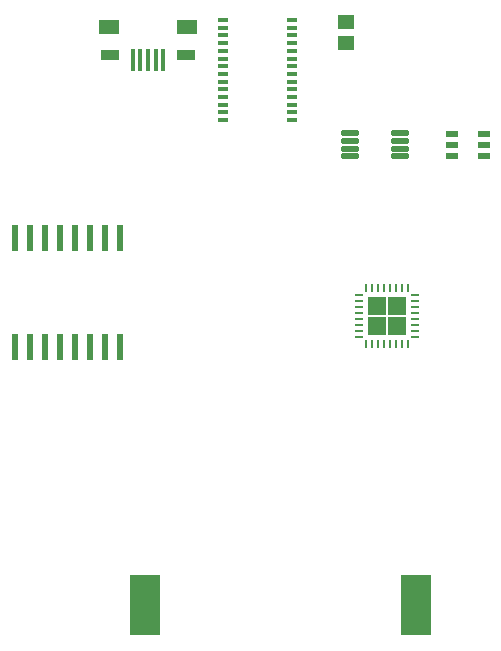
<source format=gtp>
G04*
G04 #@! TF.GenerationSoftware,Altium Limited,Altium Designer,23.2.1 (34)*
G04*
G04 Layer_Color=8421504*
%FSLAX44Y44*%
%MOMM*%
G71*
G04*
G04 #@! TF.SameCoordinates,42A8F1EF-7107-4BB4-9A72-9FAECD8FE37F*
G04*
G04*
G04 #@! TF.FilePolarity,Positive*
G04*
G01*
G75*
%ADD16R,0.6000X2.2000*%
%ADD17R,1.4500X1.1500*%
%ADD18R,0.9144X0.3048*%
%ADD19R,0.4000X1.8500*%
%ADD20R,1.6250X0.9000*%
%ADD21R,1.6900X1.3000*%
%ADD22R,1.0033X0.5588*%
%ADD23R,2.5000X5.1000*%
G04:AMPARAMS|DCode=24|XSize=1.47mm|YSize=0.4546mm|CornerRadius=0.0568mm|HoleSize=0mm|Usage=FLASHONLY|Rotation=180.000|XOffset=0mm|YOffset=0mm|HoleType=Round|Shape=RoundedRectangle|*
%AMROUNDEDRECTD24*
21,1,1.4700,0.3410,0,0,180.0*
21,1,1.3564,0.4546,0,0,180.0*
1,1,0.1137,-0.6782,0.1705*
1,1,0.1137,0.6782,0.1705*
1,1,0.1137,0.6782,-0.1705*
1,1,0.1137,-0.6782,-0.1705*
%
%ADD24ROUNDEDRECTD24*%
G04:AMPARAMS|DCode=25|XSize=0.6mm|YSize=0.25mm|CornerRadius=0.0313mm|HoleSize=0mm|Usage=FLASHONLY|Rotation=0.000|XOffset=0mm|YOffset=0mm|HoleType=Round|Shape=RoundedRectangle|*
%AMROUNDEDRECTD25*
21,1,0.6000,0.1875,0,0,0.0*
21,1,0.5375,0.2500,0,0,0.0*
1,1,0.0625,0.2688,-0.0938*
1,1,0.0625,-0.2688,-0.0938*
1,1,0.0625,-0.2688,0.0938*
1,1,0.0625,0.2688,0.0938*
%
%ADD25ROUNDEDRECTD25*%
G04:AMPARAMS|DCode=26|XSize=0.6mm|YSize=0.25mm|CornerRadius=0.0313mm|HoleSize=0mm|Usage=FLASHONLY|Rotation=270.000|XOffset=0mm|YOffset=0mm|HoleType=Round|Shape=RoundedRectangle|*
%AMROUNDEDRECTD26*
21,1,0.6000,0.1875,0,0,270.0*
21,1,0.5375,0.2500,0,0,270.0*
1,1,0.0625,-0.0938,-0.2688*
1,1,0.0625,-0.0938,0.2688*
1,1,0.0625,0.0938,0.2688*
1,1,0.0625,0.0938,-0.2688*
%
%ADD26ROUNDEDRECTD26*%
G36*
X69100Y44100D02*
Y59000D01*
X84000D01*
Y44100D01*
X69100D01*
D02*
G37*
G36*
Y61000D02*
Y75900D01*
X84000D01*
Y61000D01*
X69100D01*
D02*
G37*
G36*
X86000Y44100D02*
Y59000D01*
X100900D01*
Y44100D01*
X86000D01*
D02*
G37*
G36*
Y61000D02*
Y75900D01*
X100900D01*
Y61000D01*
X86000D01*
D02*
G37*
D16*
X-153250Y126000D02*
D03*
X-178650Y34000D02*
D03*
X-140550Y126000D02*
D03*
X-165950D02*
D03*
X-178650D02*
D03*
X-165950Y34000D02*
D03*
X-191350D02*
D03*
X-204050D02*
D03*
Y126000D02*
D03*
X-229450Y34000D02*
D03*
X-191350Y126000D02*
D03*
X-216750D02*
D03*
Y34000D02*
D03*
X-229450Y126000D02*
D03*
X-153250Y34000D02*
D03*
X-140550D02*
D03*
D17*
X50000Y291110D02*
D03*
Y308890D02*
D03*
D18*
X-53356Y310500D02*
D03*
Y304000D02*
D03*
Y297500D02*
D03*
Y291000D02*
D03*
Y284500D02*
D03*
Y278000D02*
D03*
Y271500D02*
D03*
Y265000D02*
D03*
Y258500D02*
D03*
Y252000D02*
D03*
Y245500D02*
D03*
Y239000D02*
D03*
Y232500D02*
D03*
Y226000D02*
D03*
X5000D02*
D03*
Y232500D02*
D03*
Y239000D02*
D03*
Y245500D02*
D03*
Y252000D02*
D03*
Y258500D02*
D03*
Y265000D02*
D03*
Y271500D02*
D03*
Y278000D02*
D03*
Y284500D02*
D03*
Y291000D02*
D03*
Y297500D02*
D03*
Y304000D02*
D03*
Y310500D02*
D03*
D19*
X-104300Y276650D02*
D03*
X-110800D02*
D03*
X-117300D02*
D03*
X-123800D02*
D03*
X-130300D02*
D03*
D20*
X-85175Y281400D02*
D03*
X-149425D02*
D03*
D21*
X-84600Y305000D02*
D03*
X-150000D02*
D03*
D22*
X140000Y214500D02*
D03*
Y205000D02*
D03*
Y195500D02*
D03*
X167051D02*
D03*
Y205000D02*
D03*
Y214500D02*
D03*
D23*
X-119500Y-185000D02*
D03*
X109500D02*
D03*
D24*
X53500Y195250D02*
D03*
Y201750D02*
D03*
Y208250D02*
D03*
Y214750D02*
D03*
X96500D02*
D03*
Y208250D02*
D03*
Y201750D02*
D03*
Y195250D02*
D03*
D25*
X61000Y77500D02*
D03*
Y72500D02*
D03*
Y67500D02*
D03*
Y62500D02*
D03*
Y57500D02*
D03*
Y52500D02*
D03*
Y47500D02*
D03*
Y42500D02*
D03*
X109000D02*
D03*
Y47500D02*
D03*
Y52500D02*
D03*
Y57500D02*
D03*
Y62500D02*
D03*
Y67500D02*
D03*
Y72500D02*
D03*
Y77500D02*
D03*
D26*
X102500Y84000D02*
D03*
X97500D02*
D03*
X92500D02*
D03*
X87500D02*
D03*
X82500D02*
D03*
X77500D02*
D03*
X72500D02*
D03*
X67500D02*
D03*
Y36000D02*
D03*
X72500D02*
D03*
X77500D02*
D03*
X82500D02*
D03*
X87500D02*
D03*
X92500D02*
D03*
X97500D02*
D03*
X102500D02*
D03*
M02*

</source>
